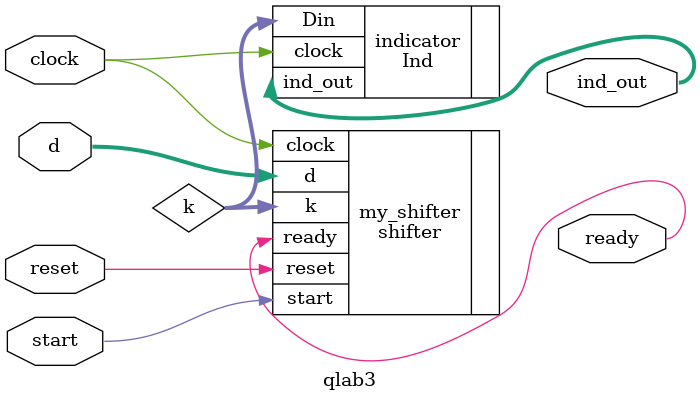
<source format=sv>
module qlab3(d,clock,start,ready,reset,ind_out);
parameter m=8;
input clock, start, reset;
input [m-1:0] d;
output ready;
output [m-1:0] ind_out;
wire [m-1:0] k;

shifter my_shifter(.d(d), .clock(clock),
	.start(start), .ready(ready),
	.reset(reset), .k(k));
	
Ind indicator(.clock(clock),
	.Din(k), .ind_out(ind_out));

endmodule
</source>
